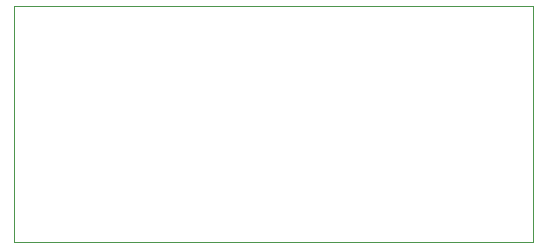
<source format=gbr>
G04 #@! TF.FileFunction,Profile,NP*
%FSLAX46Y46*%
G04 Gerber Fmt 4.6, Leading zero omitted, Abs format (unit mm)*
G04 Created by KiCad (PCBNEW (2015-04-17 BZR 5608)-product) date Sun 19 Apr 2015 04:52:48 PM CEST*
%MOMM*%
G01*
G04 APERTURE LIST*
%ADD10C,0.150000*%
%ADD11C,0.100000*%
G04 APERTURE END LIST*
D10*
D11*
X46500000Y-59250000D02*
X46500000Y-39250000D01*
X90500000Y-59250000D02*
X46500000Y-59250000D01*
X90500000Y-39250000D02*
X90500000Y-59250000D01*
X46500000Y-39250000D02*
X90500000Y-39250000D01*
M02*

</source>
